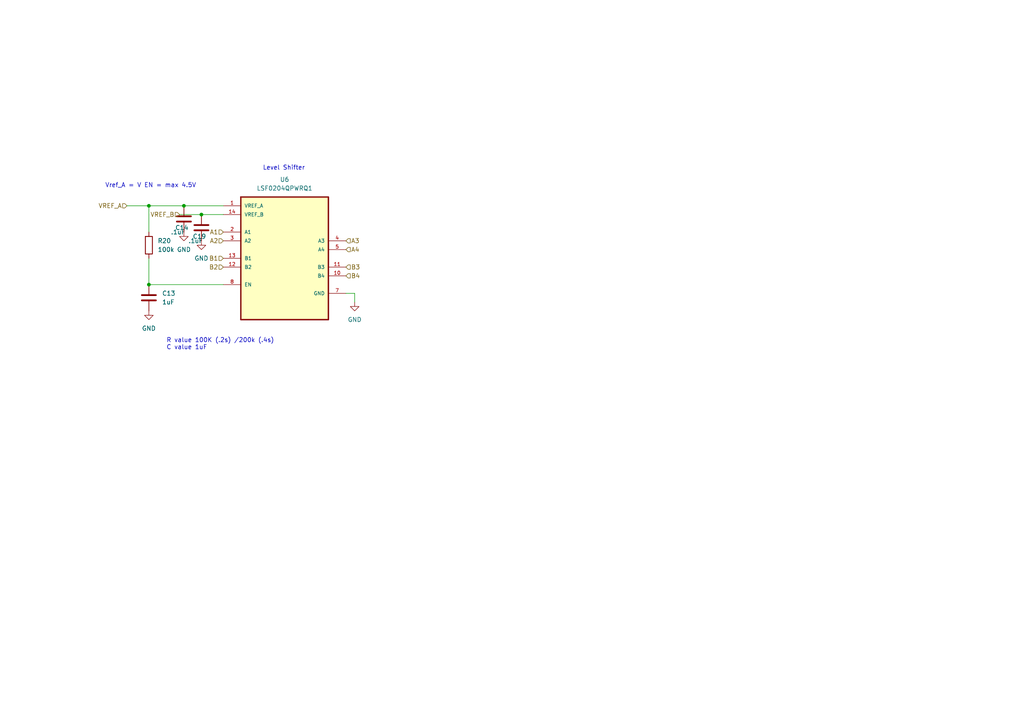
<source format=kicad_sch>
(kicad_sch (version 20211123) (generator eeschema)
  (paper "A4")
  (lib_symbols
    (symbol "Device:C" (pin_numbers hide) (pin_names (offset 0.254))
      (property "Reference" "C" (at 0.635 2.54 0))
      (property "Value" "C" (at 0.635 -2.54 0))
      (symbol "C_0_1"
        (polyline (pts (xy -2.032 -0.762) (xy 2.032 -0.762)) (stroke (width 0.508)))
        (polyline (pts (xy -2.032 0.762) (xy 2.032 0.762)) (stroke (width 0.508)))
      )
      (symbol "C_1_1"
        (pin passive line (at 0 3.81 270) (length 2.794) (name "~") (number "1"))
        (pin passive line (at 0 -3.81 90) (length 2.794) (name "~") (number "2"))
      )
    )
    (symbol "Device:R" (pin_numbers hide) (pin_names (offset 0))
      (property "Reference" "R" (at 2.032 0 90))
      (property "Value" "R" (at 0 0 90))
      (symbol "R_0_1"
        (rectangle (start -1.016 -2.54) (end 1.016 2.54) (stroke (width 0.254)))
      )
      (symbol "R_1_1"
        (pin passive line (at 0 3.81 270) (length 1.27) (name "~") (number "1"))
        (pin passive line (at 0 -3.81 90) (length 1.27) (name "~") (number "2"))
      )
    )
    (symbol "LSF0204QPWRQ1:LSF0204QPWRQ1" (pin_names (offset 1.016))
      (property "Reference" "U" (at -12.7 18.7706 0))
      (property "Value" "LSF0204QPWRQ1" (at -12.7 -21.7678 0))
      (symbol "LSF0204QPWRQ1_0_0"
        (rectangle (start -12.7 -17.78) (end 12.7 17.78) (stroke (width 0.4064)) (fill (type background)))
        (pin input line (at -17.78 15.24 0) (length 5.08) (name "VREF_A") (number "1"))
        (pin bidirectional line (at 17.78 -5.08 180) (length 5.08) (name "B4") (number "10"))
        (pin bidirectional line (at 17.78 -2.54 180) (length 5.08) (name "B3") (number "11"))
        (pin bidirectional line (at -17.78 -2.54 0) (length 5.08) (name "B2") (number "12"))
        (pin bidirectional line (at -17.78 0 0) (length 5.08) (name "B1") (number "13"))
        (pin input line (at -17.78 12.7 0) (length 5.08) (name "VREF_B") (number "14"))
        (pin bidirectional line (at -17.78 7.62 0) (length 5.08) (name "A1") (number "2"))
        (pin bidirectional line (at -17.78 5.08 0) (length 5.08) (name "A2") (number "3"))
        (pin bidirectional line (at 17.78 5.08 180) (length 5.08) (name "A3") (number "4"))
        (pin bidirectional line (at 17.78 2.54 180) (length 5.08) (name "A4") (number "5"))
        (pin power_in line (at 17.78 -10.16 180) (length 5.08) (name "GND") (number "7"))
        (pin bidirectional line (at -17.78 -7.62 0) (length 5.08) (name "EN") (number "8"))
      )
    )
    (symbol "power:GND" (power) (pin_names (offset 0))
      (property "Value" "GND" (at 0 -3.81 0))
      (symbol "GND_0_1"
        (polyline (pts (xy 0 0) (xy 0 -1.27) (xy 1.27 -1.27) (xy 0 -2.54) (xy -1.27 -1.27) (xy 0 -1.27)))
      )
      (symbol "GND_1_1"
        (pin power_in line (at 0 0 270) (length 0) hide (name "GND") (number "1"))
      )
    )
  )
  (junction (at 58.42 62.23))
  (junction (at 43.18 82.55))
  (junction (at 43.18 59.69))
  (junction (at 53.34 59.69))
  (wire (pts (xy 43.18 59.69) (xy 43.18 67.31)))
  (wire (pts (xy 36.83 59.69) (xy 43.18 59.69)))
  (wire (pts (xy 43.18 74.93) (xy 43.18 82.55)))
  (wire (pts (xy 53.34 59.69) (xy 64.77 59.69)))
  (wire (pts (xy 43.18 59.69) (xy 53.34 59.69)))
  (wire (pts (xy 58.42 62.23) (xy 64.77 62.23)))
  (wire (pts (xy 43.18 82.55) (xy 64.77 82.55)))
  (wire (pts (xy 52.07 62.23) (xy 58.42 62.23)))
  (wire (pts (xy 102.87 87.63) (xy 102.87 85.09)))
  (wire (pts (xy 102.87 85.09) (xy 100.33 85.09)))
  (text "Vref_A = V EN = max 4.5V\n" (at 30.48 54.61 0) (effects (font (size 1.27 1.27)) (justify left bottom)))
  (text "R value 100K (.2s) /200k (.4s)\nC value 1uF\n" (at 48.26 101.6 0) (effects (font (size 1.27 1.27)) (justify left bottom)))
  (text "Level Shifter\n" (at 76.2 49.53 0) (effects (font (size 1.27 1.27)) (justify left bottom)))
  (hierarchical_label "A3" (shape input) (at 100.33 69.85 0))
  (hierarchical_label "B4" (shape input) (at 100.33 80.01 0))
  (hierarchical_label "VREF_B" (shape input) (at 52.07 62.23 180))
  (hierarchical_label "A1" (shape input) (at 64.77 67.31 180))
  (hierarchical_label "A2" (shape input) (at 64.77 69.85 180))
  (hierarchical_label "B1" (shape input) (at 64.77 74.93 180))
  (hierarchical_label "B2" (shape input) (at 64.77 77.47 180))
  (hierarchical_label "B3" (shape input) (at 100.33 77.47 0))
  (hierarchical_label "VREF_A" (shape input) (at 36.83 59.69 180))
  (hierarchical_label "A4" (shape input) (at 100.33 72.39 0))
  (symbol (lib_id "Device:R") (at 43.18 71.12 180) (unit 1)
    (property "Reference" "R20" (at 45.72 69.8499 0) (effects (justify right)))
    (property "Value" "100k" (at 45.72 72.3899 0) (effects (justify right)))
    (property "Footprint" "Resistor_SMD:R_0603_1608Metric" (effects hide))
  )
  (symbol (lib_id "Device:C") (at 53.34 63.5 0) (unit 1)
    (property "Reference" "C14" (at 50.8 66.04 0) (effects (justify left)))
    (property "Value" ".1uF" (at 49.53 67.31 0) (effects (justify left)))
    (property "Footprint" "Capacitor_SMD:C_0603_1608Metric" (effects hide))
  )
  (symbol (lib_id "Device:C") (at 43.18 86.36 0) (unit 1)
    (property "Reference" "C13" (at 46.99 85.0899 0) (effects (justify left)))
    (property "Value" "1uF" (at 46.99 87.6299 0) (effects (justify left)))
    (property "Footprint" "Capacitor_SMD:C_0603_1608Metric" (effects hide))
  )
  (symbol (lib_id "power:GND") (at 43.18 90.17 0) (unit 1)
    (property "Reference" "#PWR0104" (effects hide))
    (property "Value" "GND" (at 43.18 95.25 0))
  )
  (symbol (lib_id "Device:C") (at 58.42 66.04 0) (unit 1)
    (property "Reference" "C19" (at 55.88 68.58 0) (effects (justify left)))
    (property "Value" ".1uF" (at 54.61 69.85 0) (effects (justify left)))
    (property "Footprint" "Capacitor_SMD:C_0603_1608Metric" (effects hide))
  )
  (symbol (lib_id "LSF0204QPWRQ1:LSF0204QPWRQ1") (at 82.55 74.93 0) (unit 1)
    (property "Reference" "U6" (at 82.55 52.07 0))
    (property "Value" "LSF0204QPWRQ1" (at 82.55 54.61 0))
    (property "Footprint" "Package_SO:TSSOP-14_4.4x5mm_P0.65mm" (effects hide))
    (property "Datasheet" "https://www.ti.com/lit/ds/symlink/lsf0204-q1.pdf?ts=1668512599421&ref_url=https%253A%252F%252Fwww.ti.com%252Fproduct%252FLSF0204-Q1%252Fpart-details%252FLSF0204QPWRQ1%253Futm_source%253Dgoogle%2526utm_medium%253Dcpc%2526utm_campaign%253Docb-tistore-promo-asc_opn_en-cpc-storeic-google-wwe%2526utm_content%253DDevice%2526ds_k%253DLSF0204QPWRQ1%2526DCM%253Dyes%2526gclid%253DCjwKCAiAjs2bBhACEiwALTBWZYsrvH2Lh7WvnQkqr_CpO-UcqyUhsEQ4HDqsQeB2dCVQx2F2--Vr3xoCQNgQAvD_BwE%2526gclsrc%253Daw.ds" (effects hide))
  )
  (symbol (lib_id "power:GND") (at 102.87 87.63 0) (unit 1)
    (property "Reference" "#PWR0102" (effects hide))
    (property "Value" "GND" (at 102.87 92.71 0))
  )
  (symbol (lib_id "power:GND") (at 53.34 67.31 0) (unit 1)
    (property "Reference" "#PWR0101" (effects hide))
    (property "Value" "GND" (at 53.34 72.39 0))
  )
  (symbol (lib_id "power:GND") (at 58.42 69.85 0) (unit 1)
    (property "Reference" "#PWR0103" (effects hide))
    (property "Value" "GND" (at 58.42 74.93 0))
  )
)
</source>
